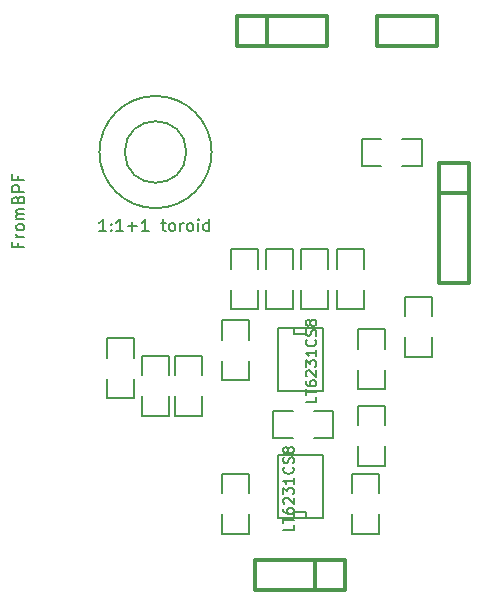
<source format=gto>
G04 (created by PCBNEW (2013-03-15 BZR 4003)-stable) date ne 24 bře 21:33:24 2013*
%MOIN*%
G04 Gerber Fmt 3.4, Leading zero omitted, Abs format*
%FSLAX34Y34*%
G01*
G70*
G90*
G04 APERTURE LIST*
%ADD10C,0.006*%
%ADD11C,0.00590551*%
%ADD12C,0.005*%
%ADD13C,0.012*%
G04 APERTURE END LIST*
G54D10*
G54D11*
X26814Y-16027D02*
G75*
G03X26814Y-16027I-1026J0D01*
G74*
G01*
X27657Y-16027D02*
G75*
G03X27657Y-16027I-1870J0D01*
G74*
G01*
G54D12*
X31310Y-28215D02*
X31360Y-28215D01*
X31360Y-28215D02*
X31360Y-26115D01*
X29860Y-26115D02*
X29860Y-28215D01*
X29860Y-28215D02*
X31310Y-28215D01*
X30410Y-28215D02*
X30410Y-28015D01*
X30410Y-28015D02*
X30810Y-28015D01*
X30810Y-28015D02*
X30810Y-28215D01*
X29860Y-26115D02*
X31360Y-26115D01*
X29910Y-21883D02*
X29860Y-21883D01*
X29860Y-21883D02*
X29860Y-23983D01*
X31360Y-23983D02*
X31360Y-21883D01*
X31360Y-21883D02*
X29910Y-21883D01*
X30810Y-21883D02*
X30810Y-22083D01*
X30810Y-22083D02*
X30410Y-22083D01*
X30410Y-22083D02*
X30410Y-21883D01*
X31360Y-23983D02*
X29860Y-23983D01*
X29190Y-19275D02*
X28290Y-19275D01*
X28290Y-19275D02*
X28290Y-19925D01*
X29190Y-20625D02*
X29190Y-21275D01*
X29190Y-21275D02*
X28290Y-21275D01*
X28290Y-21275D02*
X28290Y-20625D01*
X29190Y-19925D02*
X29190Y-19275D01*
X32661Y-15593D02*
X32661Y-16493D01*
X32661Y-16493D02*
X33311Y-16493D01*
X34011Y-15593D02*
X34661Y-15593D01*
X34661Y-15593D02*
X34661Y-16493D01*
X34661Y-16493D02*
X34011Y-16493D01*
X33311Y-15593D02*
X32661Y-15593D01*
X28894Y-26755D02*
X27994Y-26755D01*
X27994Y-26755D02*
X27994Y-27405D01*
X28894Y-28105D02*
X28894Y-28755D01*
X28894Y-28755D02*
X27994Y-28755D01*
X27994Y-28755D02*
X27994Y-28105D01*
X28894Y-27405D02*
X28894Y-26755D01*
X33422Y-24492D02*
X32522Y-24492D01*
X32522Y-24492D02*
X32522Y-25142D01*
X33422Y-25842D02*
X33422Y-26492D01*
X33422Y-26492D02*
X32522Y-26492D01*
X32522Y-26492D02*
X32522Y-25842D01*
X33422Y-25142D02*
X33422Y-24492D01*
X25337Y-24818D02*
X26237Y-24818D01*
X26237Y-24818D02*
X26237Y-24168D01*
X25337Y-23468D02*
X25337Y-22818D01*
X25337Y-22818D02*
X26237Y-22818D01*
X26237Y-22818D02*
X26237Y-23468D01*
X25337Y-24168D02*
X25337Y-24818D01*
X27320Y-22818D02*
X26420Y-22818D01*
X26420Y-22818D02*
X26420Y-23468D01*
X27320Y-24168D02*
X27320Y-24818D01*
X27320Y-24818D02*
X26420Y-24818D01*
X26420Y-24818D02*
X26420Y-24168D01*
X27320Y-23468D02*
X27320Y-22818D01*
X29708Y-24648D02*
X29708Y-25548D01*
X29708Y-25548D02*
X30358Y-25548D01*
X31058Y-24648D02*
X31708Y-24648D01*
X31708Y-24648D02*
X31708Y-25548D01*
X31708Y-25548D02*
X31058Y-25548D01*
X30358Y-24648D02*
X29708Y-24648D01*
X32522Y-23933D02*
X33422Y-23933D01*
X33422Y-23933D02*
X33422Y-23283D01*
X32522Y-22583D02*
X32522Y-21933D01*
X32522Y-21933D02*
X33422Y-21933D01*
X33422Y-21933D02*
X33422Y-22583D01*
X32522Y-23283D02*
X32522Y-23933D01*
X28894Y-21637D02*
X27994Y-21637D01*
X27994Y-21637D02*
X27994Y-22287D01*
X28894Y-22987D02*
X28894Y-23637D01*
X28894Y-23637D02*
X27994Y-23637D01*
X27994Y-23637D02*
X27994Y-22987D01*
X28894Y-22287D02*
X28894Y-21637D01*
X31552Y-19275D02*
X30652Y-19275D01*
X30652Y-19275D02*
X30652Y-19925D01*
X31552Y-20625D02*
X31552Y-21275D01*
X31552Y-21275D02*
X30652Y-21275D01*
X30652Y-21275D02*
X30652Y-20625D01*
X31552Y-19925D02*
X31552Y-19275D01*
X32733Y-19275D02*
X31833Y-19275D01*
X31833Y-19275D02*
X31833Y-19925D01*
X32733Y-20625D02*
X32733Y-21275D01*
X32733Y-21275D02*
X31833Y-21275D01*
X31833Y-21275D02*
X31833Y-20625D01*
X32733Y-19925D02*
X32733Y-19275D01*
X30371Y-19275D02*
X29471Y-19275D01*
X29471Y-19275D02*
X29471Y-19925D01*
X30371Y-20625D02*
X30371Y-21275D01*
X30371Y-21275D02*
X29471Y-21275D01*
X29471Y-21275D02*
X29471Y-20625D01*
X30371Y-19925D02*
X30371Y-19275D01*
X33225Y-26755D02*
X32325Y-26755D01*
X32325Y-26755D02*
X32325Y-27405D01*
X33225Y-28105D02*
X33225Y-28755D01*
X33225Y-28755D02*
X32325Y-28755D01*
X32325Y-28755D02*
X32325Y-28105D01*
X33225Y-27405D02*
X33225Y-26755D01*
X24156Y-24228D02*
X25056Y-24228D01*
X25056Y-24228D02*
X25056Y-23578D01*
X24156Y-22878D02*
X24156Y-22228D01*
X24156Y-22228D02*
X25056Y-22228D01*
X25056Y-22228D02*
X25056Y-22878D01*
X24156Y-23578D02*
X24156Y-24228D01*
X34097Y-22850D02*
X34997Y-22850D01*
X34997Y-22850D02*
X34997Y-22200D01*
X34097Y-21500D02*
X34097Y-20850D01*
X34097Y-20850D02*
X34997Y-20850D01*
X34997Y-20850D02*
X34997Y-21500D01*
X34097Y-22200D02*
X34097Y-22850D01*
G54D13*
X36228Y-16405D02*
X36228Y-16405D01*
X35228Y-16405D02*
X36228Y-16405D01*
X36228Y-16405D02*
X36228Y-16405D01*
X36228Y-16405D02*
X36228Y-20405D01*
X36228Y-20405D02*
X35228Y-20405D01*
X35228Y-20405D02*
X35228Y-16405D01*
X35228Y-17405D02*
X36228Y-17405D01*
X32110Y-29618D02*
X32110Y-30618D01*
X32110Y-30618D02*
X29110Y-30618D01*
X29110Y-30618D02*
X29110Y-29618D01*
X29110Y-29618D02*
X32110Y-29618D01*
X31110Y-30618D02*
X31110Y-29618D01*
X28519Y-12507D02*
X28519Y-11507D01*
X28519Y-11507D02*
X31519Y-11507D01*
X31519Y-11507D02*
X31519Y-12507D01*
X31519Y-12507D02*
X28519Y-12507D01*
X29519Y-11507D02*
X29519Y-12507D01*
X33153Y-12507D02*
X33153Y-11507D01*
X33153Y-11507D02*
X35153Y-11507D01*
X35153Y-11507D02*
X35153Y-12507D01*
X35153Y-12507D02*
X33153Y-12507D01*
G54D11*
X21203Y-19068D02*
X21203Y-19199D01*
X21409Y-19199D02*
X21015Y-19199D01*
X21015Y-19012D01*
X21409Y-18862D02*
X21146Y-18862D01*
X21221Y-18862D02*
X21184Y-18843D01*
X21165Y-18824D01*
X21146Y-18787D01*
X21146Y-18749D01*
X21409Y-18562D02*
X21390Y-18599D01*
X21371Y-18618D01*
X21334Y-18637D01*
X21221Y-18637D01*
X21184Y-18618D01*
X21165Y-18599D01*
X21146Y-18562D01*
X21146Y-18506D01*
X21165Y-18468D01*
X21184Y-18449D01*
X21221Y-18431D01*
X21334Y-18431D01*
X21371Y-18449D01*
X21390Y-18468D01*
X21409Y-18506D01*
X21409Y-18562D01*
X21409Y-18262D02*
X21146Y-18262D01*
X21184Y-18262D02*
X21165Y-18243D01*
X21146Y-18206D01*
X21146Y-18149D01*
X21165Y-18112D01*
X21203Y-18093D01*
X21409Y-18093D01*
X21203Y-18093D02*
X21165Y-18074D01*
X21146Y-18037D01*
X21146Y-17981D01*
X21165Y-17943D01*
X21203Y-17925D01*
X21409Y-17925D01*
X21203Y-17606D02*
X21221Y-17550D01*
X21240Y-17531D01*
X21278Y-17512D01*
X21334Y-17512D01*
X21371Y-17531D01*
X21390Y-17550D01*
X21409Y-17587D01*
X21409Y-17737D01*
X21015Y-17737D01*
X21015Y-17606D01*
X21034Y-17568D01*
X21053Y-17550D01*
X21090Y-17531D01*
X21128Y-17531D01*
X21165Y-17550D01*
X21184Y-17568D01*
X21203Y-17606D01*
X21203Y-17737D01*
X21409Y-17343D02*
X21015Y-17343D01*
X21015Y-17193D01*
X21034Y-17156D01*
X21053Y-17137D01*
X21090Y-17118D01*
X21146Y-17118D01*
X21184Y-17137D01*
X21203Y-17156D01*
X21221Y-17193D01*
X21221Y-17343D01*
X21203Y-16818D02*
X21203Y-16950D01*
X21409Y-16950D02*
X21015Y-16950D01*
X21015Y-16762D01*
X24137Y-18659D02*
X23912Y-18659D01*
X24025Y-18659D02*
X24025Y-18265D01*
X23987Y-18321D01*
X23950Y-18359D01*
X23912Y-18378D01*
X24306Y-18621D02*
X24325Y-18640D01*
X24306Y-18659D01*
X24287Y-18640D01*
X24306Y-18621D01*
X24306Y-18659D01*
X24306Y-18415D02*
X24325Y-18434D01*
X24306Y-18453D01*
X24287Y-18434D01*
X24306Y-18415D01*
X24306Y-18453D01*
X24700Y-18659D02*
X24475Y-18659D01*
X24587Y-18659D02*
X24587Y-18265D01*
X24550Y-18321D01*
X24512Y-18359D01*
X24475Y-18378D01*
X24868Y-18509D02*
X25168Y-18509D01*
X25018Y-18659D02*
X25018Y-18359D01*
X25562Y-18659D02*
X25337Y-18659D01*
X25450Y-18659D02*
X25450Y-18265D01*
X25412Y-18321D01*
X25375Y-18359D01*
X25337Y-18378D01*
X25974Y-18396D02*
X26124Y-18396D01*
X26031Y-18265D02*
X26031Y-18603D01*
X26049Y-18640D01*
X26087Y-18659D01*
X26124Y-18659D01*
X26312Y-18659D02*
X26274Y-18640D01*
X26256Y-18621D01*
X26237Y-18584D01*
X26237Y-18471D01*
X26256Y-18434D01*
X26274Y-18415D01*
X26312Y-18396D01*
X26368Y-18396D01*
X26406Y-18415D01*
X26424Y-18434D01*
X26443Y-18471D01*
X26443Y-18584D01*
X26424Y-18621D01*
X26406Y-18640D01*
X26368Y-18659D01*
X26312Y-18659D01*
X26612Y-18659D02*
X26612Y-18396D01*
X26612Y-18471D02*
X26631Y-18434D01*
X26649Y-18415D01*
X26687Y-18396D01*
X26724Y-18396D01*
X26912Y-18659D02*
X26874Y-18640D01*
X26856Y-18621D01*
X26837Y-18584D01*
X26837Y-18471D01*
X26856Y-18434D01*
X26874Y-18415D01*
X26912Y-18396D01*
X26968Y-18396D01*
X27006Y-18415D01*
X27024Y-18434D01*
X27043Y-18471D01*
X27043Y-18584D01*
X27024Y-18621D01*
X27006Y-18640D01*
X26968Y-18659D01*
X26912Y-18659D01*
X27212Y-18659D02*
X27212Y-18396D01*
X27212Y-18265D02*
X27193Y-18284D01*
X27212Y-18303D01*
X27231Y-18284D01*
X27212Y-18265D01*
X27212Y-18303D01*
X27568Y-18659D02*
X27568Y-18265D01*
X27568Y-18640D02*
X27531Y-18659D01*
X27456Y-18659D01*
X27418Y-18640D01*
X27399Y-18621D01*
X27381Y-18584D01*
X27381Y-18471D01*
X27399Y-18434D01*
X27418Y-18415D01*
X27456Y-18396D01*
X27531Y-18396D01*
X27568Y-18415D01*
G54D10*
X30391Y-28450D02*
X30391Y-28616D01*
X30041Y-28616D01*
X30041Y-28383D02*
X30041Y-28183D01*
X30391Y-28283D02*
X30041Y-28283D01*
X30041Y-27916D02*
X30041Y-27983D01*
X30058Y-28016D01*
X30075Y-28033D01*
X30125Y-28066D01*
X30191Y-28083D01*
X30325Y-28083D01*
X30358Y-28066D01*
X30375Y-28050D01*
X30391Y-28016D01*
X30391Y-27950D01*
X30375Y-27916D01*
X30358Y-27900D01*
X30325Y-27883D01*
X30241Y-27883D01*
X30208Y-27900D01*
X30191Y-27916D01*
X30175Y-27950D01*
X30175Y-28016D01*
X30191Y-28050D01*
X30208Y-28066D01*
X30241Y-28083D01*
X30075Y-27750D02*
X30058Y-27733D01*
X30041Y-27700D01*
X30041Y-27616D01*
X30058Y-27583D01*
X30075Y-27566D01*
X30108Y-27550D01*
X30141Y-27550D01*
X30191Y-27566D01*
X30391Y-27766D01*
X30391Y-27550D01*
X30041Y-27433D02*
X30041Y-27216D01*
X30175Y-27333D01*
X30175Y-27283D01*
X30191Y-27250D01*
X30208Y-27233D01*
X30241Y-27216D01*
X30325Y-27216D01*
X30358Y-27233D01*
X30375Y-27250D01*
X30391Y-27283D01*
X30391Y-27383D01*
X30375Y-27416D01*
X30358Y-27433D01*
X30391Y-26883D02*
X30391Y-27083D01*
X30391Y-26983D02*
X30041Y-26983D01*
X30091Y-27016D01*
X30125Y-27050D01*
X30141Y-27083D01*
X30358Y-26533D02*
X30375Y-26550D01*
X30391Y-26600D01*
X30391Y-26633D01*
X30375Y-26683D01*
X30341Y-26716D01*
X30308Y-26733D01*
X30241Y-26750D01*
X30191Y-26750D01*
X30125Y-26733D01*
X30091Y-26716D01*
X30058Y-26683D01*
X30041Y-26633D01*
X30041Y-26600D01*
X30058Y-26550D01*
X30075Y-26533D01*
X30375Y-26400D02*
X30391Y-26350D01*
X30391Y-26266D01*
X30375Y-26233D01*
X30358Y-26216D01*
X30325Y-26200D01*
X30291Y-26200D01*
X30258Y-26216D01*
X30241Y-26233D01*
X30225Y-26266D01*
X30208Y-26333D01*
X30191Y-26366D01*
X30175Y-26383D01*
X30141Y-26400D01*
X30108Y-26400D01*
X30075Y-26383D01*
X30058Y-26366D01*
X30041Y-26333D01*
X30041Y-26250D01*
X30058Y-26200D01*
X30191Y-25999D02*
X30175Y-26033D01*
X30158Y-26049D01*
X30125Y-26066D01*
X30108Y-26066D01*
X30075Y-26049D01*
X30058Y-26033D01*
X30041Y-25999D01*
X30041Y-25933D01*
X30058Y-25899D01*
X30075Y-25883D01*
X30108Y-25866D01*
X30125Y-25866D01*
X30158Y-25883D01*
X30175Y-25899D01*
X30191Y-25933D01*
X30191Y-25999D01*
X30208Y-26033D01*
X30225Y-26049D01*
X30258Y-26066D01*
X30325Y-26066D01*
X30358Y-26049D01*
X30375Y-26033D01*
X30391Y-25999D01*
X30391Y-25933D01*
X30375Y-25899D01*
X30358Y-25883D01*
X30325Y-25866D01*
X30258Y-25866D01*
X30225Y-25883D01*
X30208Y-25899D01*
X30191Y-25933D01*
X31141Y-24200D02*
X31141Y-24366D01*
X30791Y-24366D01*
X30791Y-24133D02*
X30791Y-23933D01*
X31141Y-24033D02*
X30791Y-24033D01*
X30791Y-23666D02*
X30791Y-23733D01*
X30808Y-23766D01*
X30825Y-23783D01*
X30875Y-23816D01*
X30941Y-23833D01*
X31075Y-23833D01*
X31108Y-23816D01*
X31125Y-23800D01*
X31141Y-23766D01*
X31141Y-23700D01*
X31125Y-23666D01*
X31108Y-23650D01*
X31075Y-23633D01*
X30991Y-23633D01*
X30958Y-23650D01*
X30941Y-23666D01*
X30925Y-23700D01*
X30925Y-23766D01*
X30941Y-23800D01*
X30958Y-23816D01*
X30991Y-23833D01*
X30825Y-23500D02*
X30808Y-23483D01*
X30791Y-23450D01*
X30791Y-23366D01*
X30808Y-23333D01*
X30825Y-23316D01*
X30858Y-23300D01*
X30891Y-23300D01*
X30941Y-23316D01*
X31141Y-23516D01*
X31141Y-23300D01*
X30791Y-23183D02*
X30791Y-22966D01*
X30925Y-23083D01*
X30925Y-23033D01*
X30941Y-23000D01*
X30958Y-22983D01*
X30991Y-22966D01*
X31075Y-22966D01*
X31108Y-22983D01*
X31125Y-23000D01*
X31141Y-23033D01*
X31141Y-23133D01*
X31125Y-23166D01*
X31108Y-23183D01*
X31141Y-22633D02*
X31141Y-22833D01*
X31141Y-22733D02*
X30791Y-22733D01*
X30841Y-22766D01*
X30875Y-22800D01*
X30891Y-22833D01*
X31108Y-22283D02*
X31125Y-22300D01*
X31141Y-22350D01*
X31141Y-22383D01*
X31125Y-22433D01*
X31091Y-22466D01*
X31058Y-22483D01*
X30991Y-22500D01*
X30941Y-22500D01*
X30875Y-22483D01*
X30841Y-22466D01*
X30808Y-22433D01*
X30791Y-22383D01*
X30791Y-22350D01*
X30808Y-22300D01*
X30825Y-22283D01*
X31125Y-22150D02*
X31141Y-22100D01*
X31141Y-22016D01*
X31125Y-21983D01*
X31108Y-21966D01*
X31075Y-21950D01*
X31041Y-21950D01*
X31008Y-21966D01*
X30991Y-21983D01*
X30975Y-22016D01*
X30958Y-22083D01*
X30941Y-22116D01*
X30925Y-22133D01*
X30891Y-22150D01*
X30858Y-22150D01*
X30825Y-22133D01*
X30808Y-22116D01*
X30791Y-22083D01*
X30791Y-22000D01*
X30808Y-21950D01*
X30941Y-21749D02*
X30925Y-21783D01*
X30908Y-21799D01*
X30875Y-21816D01*
X30858Y-21816D01*
X30825Y-21799D01*
X30808Y-21783D01*
X30791Y-21749D01*
X30791Y-21683D01*
X30808Y-21649D01*
X30825Y-21633D01*
X30858Y-21616D01*
X30875Y-21616D01*
X30908Y-21633D01*
X30925Y-21649D01*
X30941Y-21683D01*
X30941Y-21749D01*
X30958Y-21783D01*
X30975Y-21799D01*
X31008Y-21816D01*
X31075Y-21816D01*
X31108Y-21799D01*
X31125Y-21783D01*
X31141Y-21749D01*
X31141Y-21683D01*
X31125Y-21649D01*
X31108Y-21633D01*
X31075Y-21616D01*
X31008Y-21616D01*
X30975Y-21633D01*
X30958Y-21649D01*
X30941Y-21683D01*
M02*

</source>
